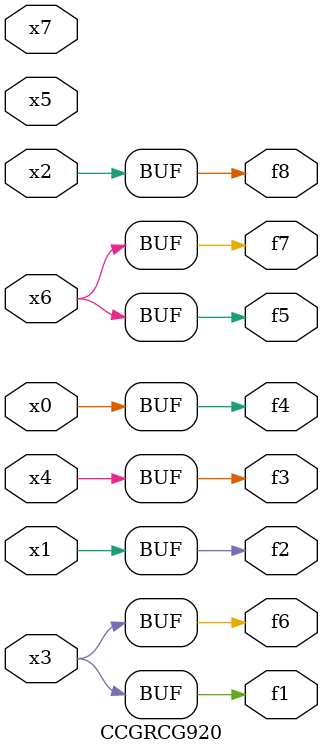
<source format=v>
module CCGRCG920(
	input x0, x1, x2, x3, x4, x5, x6, x7,
	output f1, f2, f3, f4, f5, f6, f7, f8
);
	assign f1 = x3;
	assign f2 = x1;
	assign f3 = x4;
	assign f4 = x0;
	assign f5 = x6;
	assign f6 = x3;
	assign f7 = x6;
	assign f8 = x2;
endmodule

</source>
